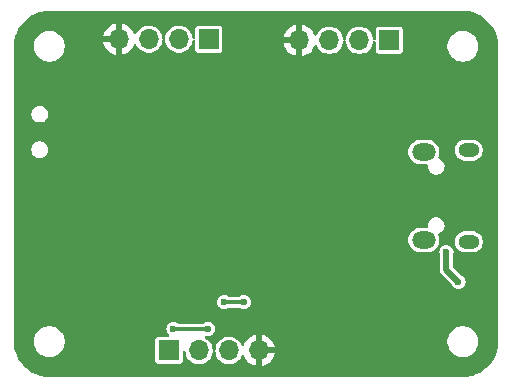
<source format=gbr>
%TF.GenerationSoftware,KiCad,Pcbnew,8.0.0*%
%TF.CreationDate,2024-04-09T16:16:32+09:00*%
%TF.ProjectId,240325_ESP32_d0146,32343033-3235-45f4-9553-5033325f6430,rev?*%
%TF.SameCoordinates,Original*%
%TF.FileFunction,Copper,L2,Bot*%
%TF.FilePolarity,Positive*%
%FSLAX46Y46*%
G04 Gerber Fmt 4.6, Leading zero omitted, Abs format (unit mm)*
G04 Created by KiCad (PCBNEW 8.0.0) date 2024-04-09 16:16:32*
%MOMM*%
%LPD*%
G01*
G04 APERTURE LIST*
%TA.AperFunction,ComponentPad*%
%ADD10R,1.700000X1.700000*%
%TD*%
%TA.AperFunction,ComponentPad*%
%ADD11O,1.700000X1.700000*%
%TD*%
%TA.AperFunction,ComponentPad*%
%ADD12O,1.800000X1.150000*%
%TD*%
%TA.AperFunction,ComponentPad*%
%ADD13O,2.000000X1.450000*%
%TD*%
%TA.AperFunction,ViaPad*%
%ADD14C,0.600000*%
%TD*%
%TA.AperFunction,Conductor*%
%ADD15C,0.500000*%
%TD*%
%TA.AperFunction,Conductor*%
%ADD16C,0.300000*%
%TD*%
G04 APERTURE END LIST*
D10*
%TO.P,J2,1,Pin_1*%
%TO.N,+3.3V*%
X101750000Y-57650000D03*
D11*
%TO.P,J2,2,Pin_2*%
%TO.N,/USART1_TX*%
X99210000Y-57650000D03*
%TO.P,J2,3,Pin_3*%
%TO.N,/USART1_RX*%
X96670000Y-57650000D03*
%TO.P,J2,4,Pin_4*%
%TO.N,GND*%
X94130000Y-57650000D03*
%TD*%
D12*
%TO.P,J1,6,Shield*%
%TO.N,unconnected-(J1-Shield-Pad6)_2*%
X123750000Y-74800000D03*
D13*
%TO.N,unconnected-(J1-Shield-Pad6)*%
X119950000Y-74650000D03*
%TO.N,unconnected-(J1-Shield-Pad6)_1*%
X119950000Y-67200000D03*
D12*
%TO.N,unconnected-(J1-Shield-Pad6)_0*%
X123750000Y-67050000D03*
%TD*%
D10*
%TO.P,J4,1,Pin_1*%
%TO.N,+3.3V*%
X98380000Y-84000000D03*
D11*
%TO.P,J4,2,Pin_2*%
%TO.N,/I2C2_SCL*%
X100920000Y-84000000D03*
%TO.P,J4,3,Pin_3*%
%TO.N,/I2C2_SDA*%
X103460000Y-84000000D03*
%TO.P,J4,4,Pin_4*%
%TO.N,GND*%
X106000000Y-84000000D03*
%TD*%
D10*
%TO.P,J3,1,Pin_1*%
%TO.N,+3.3V*%
X117040000Y-57750000D03*
D11*
%TO.P,J3,2,Pin_2*%
%TO.N,/SWDIO*%
X114500000Y-57750000D03*
%TO.P,J3,3,Pin_3*%
%TO.N,/SWCLK*%
X111960000Y-57750000D03*
%TO.P,J3,4,Pin_4*%
%TO.N,GND*%
X109420000Y-57750000D03*
%TD*%
D14*
%TO.N,GND*%
X118500000Y-69625000D03*
X89850000Y-62225000D03*
X109900000Y-70225000D03*
%TO.N,+3.3V*%
X121865152Y-75680043D03*
X122875000Y-78200000D03*
%TO.N,GND*%
X100500000Y-69700000D03*
X96300000Y-71375000D03*
X95300000Y-68600000D03*
X93675000Y-68150000D03*
X91975000Y-73625000D03*
X95425000Y-75425000D03*
X95425000Y-79500000D03*
%TO.N,+3.3V*%
X98750000Y-82175000D03*
X101675000Y-82175000D03*
X104700000Y-79925000D03*
X103050000Y-79925000D03*
%TO.N,GND*%
X100075000Y-73175000D03*
X115100000Y-74525000D03*
X114600000Y-78425000D03*
X96800000Y-67475000D03*
X115100000Y-73775000D03*
X105000000Y-75050000D03*
X101675000Y-78500000D03*
X115400000Y-78400000D03*
X118925000Y-78150000D03*
X123000000Y-76500000D03*
%TD*%
D15*
%TO.N,+3.3V*%
X122875000Y-78200000D02*
X121865152Y-77190152D01*
X121865152Y-77190152D02*
X121865152Y-75680043D01*
D16*
X101675000Y-82175000D02*
X98750000Y-82175000D01*
X104700000Y-79925000D02*
X103050000Y-79925000D01*
%TD*%
%TA.AperFunction,Conductor*%
%TO.N,GND*%
G36*
X123250855Y-55250011D02*
G01*
X123412269Y-55252274D01*
X123424390Y-55253041D01*
X123728553Y-55287312D01*
X123745992Y-55289277D01*
X123759700Y-55291606D01*
X124074366Y-55363426D01*
X124087725Y-55367273D01*
X124392392Y-55473881D01*
X124405228Y-55479199D01*
X124696025Y-55619239D01*
X124708195Y-55625965D01*
X124981486Y-55797685D01*
X124992827Y-55805732D01*
X125245173Y-56006971D01*
X125255541Y-56016237D01*
X125483762Y-56244458D01*
X125493028Y-56254826D01*
X125694267Y-56507172D01*
X125702314Y-56518513D01*
X125874034Y-56791804D01*
X125880760Y-56803974D01*
X126020798Y-57094766D01*
X126026120Y-57107613D01*
X126132724Y-57412270D01*
X126136573Y-57425633D01*
X126208393Y-57740299D01*
X126210722Y-57754007D01*
X126246957Y-58075597D01*
X126247725Y-58087743D01*
X126249988Y-58249144D01*
X126250000Y-58250882D01*
X126250000Y-83249117D01*
X126249988Y-83250855D01*
X126247725Y-83412256D01*
X126246957Y-83424402D01*
X126210722Y-83745992D01*
X126208393Y-83759700D01*
X126136573Y-84074366D01*
X126132724Y-84087729D01*
X126026120Y-84392386D01*
X126020798Y-84405233D01*
X125880760Y-84696025D01*
X125874034Y-84708195D01*
X125702314Y-84981486D01*
X125694267Y-84992827D01*
X125493028Y-85245173D01*
X125483762Y-85255541D01*
X125255541Y-85483762D01*
X125245173Y-85493028D01*
X124992827Y-85694267D01*
X124981486Y-85702314D01*
X124708195Y-85874034D01*
X124696025Y-85880760D01*
X124405233Y-86020798D01*
X124392386Y-86026120D01*
X124087729Y-86132724D01*
X124074366Y-86136573D01*
X123759700Y-86208393D01*
X123745992Y-86210722D01*
X123424402Y-86246957D01*
X123412256Y-86247725D01*
X123250856Y-86249988D01*
X123249118Y-86250000D01*
X88250882Y-86250000D01*
X88249144Y-86249988D01*
X88087743Y-86247725D01*
X88075597Y-86246957D01*
X87754007Y-86210722D01*
X87740299Y-86208393D01*
X87425633Y-86136573D01*
X87412270Y-86132724D01*
X87107613Y-86026120D01*
X87094766Y-86020798D01*
X86803974Y-85880760D01*
X86791804Y-85874034D01*
X86518513Y-85702314D01*
X86507172Y-85694267D01*
X86254826Y-85493028D01*
X86244458Y-85483762D01*
X86016237Y-85255541D01*
X86006971Y-85245173D01*
X85805730Y-84992824D01*
X85797685Y-84981486D01*
X85759046Y-84919993D01*
X85743251Y-84894856D01*
X97229500Y-84894856D01*
X97229502Y-84894882D01*
X97232413Y-84919987D01*
X97232415Y-84919991D01*
X97277793Y-85022764D01*
X97277794Y-85022765D01*
X97357235Y-85102206D01*
X97460009Y-85147585D01*
X97485135Y-85150500D01*
X99274864Y-85150499D01*
X99274879Y-85150497D01*
X99274882Y-85150497D01*
X99299987Y-85147586D01*
X99299988Y-85147585D01*
X99299991Y-85147585D01*
X99402765Y-85102206D01*
X99482206Y-85022765D01*
X99527585Y-84919991D01*
X99530500Y-84894865D01*
X99530499Y-84156046D01*
X99550183Y-84089009D01*
X99602987Y-84043254D01*
X99672146Y-84033310D01*
X99735702Y-84062335D01*
X99773476Y-84121113D01*
X99777970Y-84144606D01*
X99782454Y-84192993D01*
X99784244Y-84212310D01*
X99837675Y-84400099D01*
X99842596Y-84417392D01*
X99842596Y-84417394D01*
X99937632Y-84608253D01*
X100003915Y-84696025D01*
X100066128Y-84778407D01*
X100223698Y-84922052D01*
X100404981Y-85034298D01*
X100603802Y-85111321D01*
X100813390Y-85150500D01*
X100813392Y-85150500D01*
X101026608Y-85150500D01*
X101026610Y-85150500D01*
X101236198Y-85111321D01*
X101435019Y-85034298D01*
X101616302Y-84922052D01*
X101773872Y-84778407D01*
X101902366Y-84608255D01*
X101956270Y-84500000D01*
X101997403Y-84417394D01*
X101997403Y-84417393D01*
X101997405Y-84417389D01*
X102055756Y-84212310D01*
X102066529Y-84096047D01*
X102092315Y-84031111D01*
X102134622Y-84000804D01*
X102243130Y-84000804D01*
X102279503Y-84021668D01*
X102311693Y-84083681D01*
X102313470Y-84096047D01*
X102324244Y-84212310D01*
X102377675Y-84400099D01*
X102382596Y-84417392D01*
X102382596Y-84417394D01*
X102477632Y-84608253D01*
X102543915Y-84696025D01*
X102606128Y-84778407D01*
X102763698Y-84922052D01*
X102944981Y-85034298D01*
X103143802Y-85111321D01*
X103353390Y-85150500D01*
X103353392Y-85150500D01*
X103566608Y-85150500D01*
X103566610Y-85150500D01*
X103776198Y-85111321D01*
X103975019Y-85034298D01*
X104156302Y-84922052D01*
X104313872Y-84778407D01*
X104442366Y-84608255D01*
X104509325Y-84473781D01*
X104556825Y-84422548D01*
X104624488Y-84405126D01*
X104690828Y-84427051D01*
X104732705Y-84476651D01*
X104826399Y-84677578D01*
X104961894Y-84871082D01*
X105128917Y-85038105D01*
X105322421Y-85173600D01*
X105536507Y-85273429D01*
X105536516Y-85273433D01*
X105750000Y-85330634D01*
X105750000Y-84433012D01*
X105807007Y-84465925D01*
X105934174Y-84500000D01*
X106065826Y-84500000D01*
X106192993Y-84465925D01*
X106250000Y-84433012D01*
X106250000Y-85330633D01*
X106463483Y-85273433D01*
X106463492Y-85273429D01*
X106677578Y-85173600D01*
X106871082Y-85038105D01*
X107038105Y-84871082D01*
X107173600Y-84677578D01*
X107273429Y-84463492D01*
X107273432Y-84463486D01*
X107330636Y-84250000D01*
X106433012Y-84250000D01*
X106465925Y-84192993D01*
X106500000Y-84065826D01*
X106500000Y-83934174D01*
X106465925Y-83807007D01*
X106433012Y-83750000D01*
X107330636Y-83750000D01*
X107330635Y-83749999D01*
X107273432Y-83536513D01*
X107273429Y-83536507D01*
X107187556Y-83352351D01*
X121949500Y-83352351D01*
X121981522Y-83554534D01*
X122044781Y-83749223D01*
X122093049Y-83843952D01*
X122136776Y-83929772D01*
X122137715Y-83931613D01*
X122258028Y-84097213D01*
X122402786Y-84241971D01*
X122557749Y-84354556D01*
X122568390Y-84362287D01*
X122684607Y-84421503D01*
X122750776Y-84455218D01*
X122750778Y-84455218D01*
X122750781Y-84455220D01*
X122816739Y-84476651D01*
X122945465Y-84518477D01*
X123046557Y-84534488D01*
X123147648Y-84550500D01*
X123147649Y-84550500D01*
X123352351Y-84550500D01*
X123352352Y-84550500D01*
X123554534Y-84518477D01*
X123749219Y-84455220D01*
X123931610Y-84362287D01*
X124024590Y-84294732D01*
X124097213Y-84241971D01*
X124097215Y-84241968D01*
X124097219Y-84241966D01*
X124241966Y-84097219D01*
X124241968Y-84097215D01*
X124241971Y-84097213D01*
X124335203Y-83968888D01*
X124362287Y-83931610D01*
X124455220Y-83749219D01*
X124518477Y-83554534D01*
X124550500Y-83352352D01*
X124550500Y-83147648D01*
X124543767Y-83105136D01*
X124518477Y-82945465D01*
X124461610Y-82770447D01*
X124455220Y-82750781D01*
X124455218Y-82750778D01*
X124455218Y-82750776D01*
X124401416Y-82645185D01*
X124362287Y-82568390D01*
X124354556Y-82557749D01*
X124241971Y-82402786D01*
X124097213Y-82258028D01*
X123931613Y-82137715D01*
X123931612Y-82137714D01*
X123931610Y-82137713D01*
X123874653Y-82108691D01*
X123749223Y-82044781D01*
X123554534Y-81981522D01*
X123379995Y-81953878D01*
X123352352Y-81949500D01*
X123147648Y-81949500D01*
X123123329Y-81953351D01*
X122945465Y-81981522D01*
X122750776Y-82044781D01*
X122568386Y-82137715D01*
X122402786Y-82258028D01*
X122258028Y-82402786D01*
X122137715Y-82568386D01*
X122044781Y-82750776D01*
X121981522Y-82945465D01*
X121949500Y-83147648D01*
X121949500Y-83352351D01*
X107187556Y-83352351D01*
X107173600Y-83322422D01*
X107173599Y-83322420D01*
X107038113Y-83128926D01*
X107038108Y-83128920D01*
X106871082Y-82961894D01*
X106677578Y-82826399D01*
X106463492Y-82726570D01*
X106463486Y-82726567D01*
X106250000Y-82669364D01*
X106250000Y-83566988D01*
X106192993Y-83534075D01*
X106065826Y-83500000D01*
X105934174Y-83500000D01*
X105807007Y-83534075D01*
X105750000Y-83566988D01*
X105750000Y-82669364D01*
X105749999Y-82669364D01*
X105536513Y-82726567D01*
X105536507Y-82726570D01*
X105322422Y-82826399D01*
X105322420Y-82826400D01*
X105128926Y-82961886D01*
X105128920Y-82961891D01*
X104961891Y-83128920D01*
X104961886Y-83128926D01*
X104826400Y-83322420D01*
X104826399Y-83322422D01*
X104732705Y-83523348D01*
X104686532Y-83575787D01*
X104619339Y-83594939D01*
X104552457Y-83574723D01*
X104509324Y-83526216D01*
X104442366Y-83391745D01*
X104313872Y-83221593D01*
X104156302Y-83077948D01*
X103975019Y-82965702D01*
X103975017Y-82965701D01*
X103875608Y-82927190D01*
X103776198Y-82888679D01*
X103566610Y-82849500D01*
X103353390Y-82849500D01*
X103143802Y-82888679D01*
X103143799Y-82888679D01*
X103143799Y-82888680D01*
X102944982Y-82965701D01*
X102944980Y-82965702D01*
X102763699Y-83077947D01*
X102606127Y-83221593D01*
X102477632Y-83391746D01*
X102382596Y-83582605D01*
X102382596Y-83582607D01*
X102324244Y-83787689D01*
X102313471Y-83903951D01*
X102287685Y-83968888D01*
X102243130Y-84000804D01*
X102134622Y-84000804D01*
X102136869Y-83999194D01*
X102100497Y-83978331D01*
X102068307Y-83916318D01*
X102066529Y-83903951D01*
X102063175Y-83867759D01*
X102055756Y-83787690D01*
X101997405Y-83582611D01*
X101997403Y-83582606D01*
X101997403Y-83582605D01*
X101902367Y-83391746D01*
X101773872Y-83221593D01*
X101616302Y-83077948D01*
X101481121Y-82994247D01*
X101434487Y-82942220D01*
X101423383Y-82873238D01*
X101451336Y-82809204D01*
X101509472Y-82770447D01*
X101562583Y-82765882D01*
X101675000Y-82780682D01*
X101675001Y-82780682D01*
X101727254Y-82773802D01*
X101831762Y-82760044D01*
X101977841Y-82699536D01*
X102103282Y-82603282D01*
X102199536Y-82477841D01*
X102260044Y-82331762D01*
X102280682Y-82175000D01*
X102275773Y-82137715D01*
X102260044Y-82018239D01*
X102260044Y-82018238D01*
X102199536Y-81872159D01*
X102103282Y-81746718D01*
X101977841Y-81650464D01*
X101831762Y-81589956D01*
X101831760Y-81589955D01*
X101675001Y-81569318D01*
X101674999Y-81569318D01*
X101518239Y-81589955D01*
X101518237Y-81589956D01*
X101372157Y-81650464D01*
X101309067Y-81698876D01*
X101243898Y-81724070D01*
X101233581Y-81724500D01*
X99191419Y-81724500D01*
X99124380Y-81704815D01*
X99115933Y-81698876D01*
X99052842Y-81650464D01*
X98906762Y-81589956D01*
X98906760Y-81589955D01*
X98750001Y-81569318D01*
X98749999Y-81569318D01*
X98593239Y-81589955D01*
X98593237Y-81589956D01*
X98447160Y-81650463D01*
X98321718Y-81746718D01*
X98225463Y-81872160D01*
X98164956Y-82018237D01*
X98164955Y-82018239D01*
X98144318Y-82174998D01*
X98144318Y-82175001D01*
X98164955Y-82331760D01*
X98164956Y-82331762D01*
X98225464Y-82477841D01*
X98321718Y-82603282D01*
X98350673Y-82625500D01*
X98352790Y-82627124D01*
X98393993Y-82683552D01*
X98398148Y-82753298D01*
X98363936Y-82814218D01*
X98302219Y-82846971D01*
X98277304Y-82849500D01*
X97485143Y-82849500D01*
X97485117Y-82849502D01*
X97460012Y-82852413D01*
X97460008Y-82852415D01*
X97357235Y-82897793D01*
X97277794Y-82977234D01*
X97232415Y-83080006D01*
X97232415Y-83080008D01*
X97229500Y-83105131D01*
X97229500Y-84894856D01*
X85743251Y-84894856D01*
X85625964Y-84708193D01*
X85619239Y-84696025D01*
X85479199Y-84405228D01*
X85473879Y-84392386D01*
X85367275Y-84087729D01*
X85363426Y-84074366D01*
X85291606Y-83759700D01*
X85289277Y-83745992D01*
X85270868Y-83582607D01*
X85253041Y-83424390D01*
X85252274Y-83412269D01*
X85251434Y-83352351D01*
X86949500Y-83352351D01*
X86981522Y-83554534D01*
X87044781Y-83749223D01*
X87093049Y-83843952D01*
X87136776Y-83929772D01*
X87137715Y-83931613D01*
X87258028Y-84097213D01*
X87402786Y-84241971D01*
X87557749Y-84354556D01*
X87568390Y-84362287D01*
X87684607Y-84421503D01*
X87750776Y-84455218D01*
X87750778Y-84455218D01*
X87750781Y-84455220D01*
X87816739Y-84476651D01*
X87945465Y-84518477D01*
X88046557Y-84534488D01*
X88147648Y-84550500D01*
X88147649Y-84550500D01*
X88352351Y-84550500D01*
X88352352Y-84550500D01*
X88554534Y-84518477D01*
X88749219Y-84455220D01*
X88931610Y-84362287D01*
X89024590Y-84294732D01*
X89097213Y-84241971D01*
X89097215Y-84241968D01*
X89097219Y-84241966D01*
X89241966Y-84097219D01*
X89241968Y-84097215D01*
X89241971Y-84097213D01*
X89335203Y-83968888D01*
X89362287Y-83931610D01*
X89455220Y-83749219D01*
X89518477Y-83554534D01*
X89550500Y-83352352D01*
X89550500Y-83147648D01*
X89543767Y-83105136D01*
X89518477Y-82945465D01*
X89461610Y-82770447D01*
X89455220Y-82750781D01*
X89455218Y-82750778D01*
X89455218Y-82750776D01*
X89401416Y-82645185D01*
X89362287Y-82568390D01*
X89354556Y-82557749D01*
X89241971Y-82402786D01*
X89097213Y-82258028D01*
X88931613Y-82137715D01*
X88931612Y-82137714D01*
X88931610Y-82137713D01*
X88874653Y-82108691D01*
X88749223Y-82044781D01*
X88554534Y-81981522D01*
X88379995Y-81953878D01*
X88352352Y-81949500D01*
X88147648Y-81949500D01*
X88123329Y-81953351D01*
X87945465Y-81981522D01*
X87750776Y-82044781D01*
X87568386Y-82137715D01*
X87402786Y-82258028D01*
X87258028Y-82402786D01*
X87137715Y-82568386D01*
X87044781Y-82750776D01*
X86981522Y-82945465D01*
X86949500Y-83147648D01*
X86949500Y-83352351D01*
X85251434Y-83352351D01*
X85250012Y-83250855D01*
X85250000Y-83249117D01*
X85250000Y-79925001D01*
X102444318Y-79925001D01*
X102464955Y-80081760D01*
X102464956Y-80081762D01*
X102525464Y-80227841D01*
X102621718Y-80353282D01*
X102747159Y-80449536D01*
X102893238Y-80510044D01*
X102971619Y-80520363D01*
X103049999Y-80530682D01*
X103050000Y-80530682D01*
X103050001Y-80530682D01*
X103102254Y-80523802D01*
X103206762Y-80510044D01*
X103352841Y-80449536D01*
X103415933Y-80401123D01*
X103481102Y-80375930D01*
X103491419Y-80375500D01*
X104258581Y-80375500D01*
X104325620Y-80395185D01*
X104334067Y-80401124D01*
X104397157Y-80449535D01*
X104397158Y-80449535D01*
X104397159Y-80449536D01*
X104543238Y-80510044D01*
X104621619Y-80520363D01*
X104699999Y-80530682D01*
X104700000Y-80530682D01*
X104700001Y-80530682D01*
X104752254Y-80523802D01*
X104856762Y-80510044D01*
X105002841Y-80449536D01*
X105128282Y-80353282D01*
X105224536Y-80227841D01*
X105285044Y-80081762D01*
X105305682Y-79925000D01*
X105285044Y-79768238D01*
X105224536Y-79622159D01*
X105128282Y-79496718D01*
X105002841Y-79400464D01*
X104856762Y-79339956D01*
X104856760Y-79339955D01*
X104700001Y-79319318D01*
X104699999Y-79319318D01*
X104543239Y-79339955D01*
X104543237Y-79339956D01*
X104397157Y-79400464D01*
X104334067Y-79448876D01*
X104268898Y-79474070D01*
X104258581Y-79474500D01*
X103491419Y-79474500D01*
X103424380Y-79454815D01*
X103415933Y-79448876D01*
X103352842Y-79400464D01*
X103206762Y-79339956D01*
X103206760Y-79339955D01*
X103050001Y-79319318D01*
X103049999Y-79319318D01*
X102893239Y-79339955D01*
X102893237Y-79339956D01*
X102747160Y-79400463D01*
X102621718Y-79496718D01*
X102525463Y-79622160D01*
X102464956Y-79768237D01*
X102464955Y-79768239D01*
X102444318Y-79924998D01*
X102444318Y-79925001D01*
X85250000Y-79925001D01*
X85250000Y-75680044D01*
X121259470Y-75680044D01*
X121280107Y-75836803D01*
X121280108Y-75836805D01*
X121305213Y-75897413D01*
X121314652Y-75944866D01*
X121314652Y-77117678D01*
X121314652Y-77262626D01*
X121352168Y-77402637D01*
X121424641Y-77528165D01*
X121424643Y-77528168D01*
X122298478Y-78402003D01*
X122325358Y-78442231D01*
X122350462Y-78502838D01*
X122350463Y-78502839D01*
X122350464Y-78502841D01*
X122446718Y-78628282D01*
X122572159Y-78724536D01*
X122718238Y-78785044D01*
X122796619Y-78795363D01*
X122874999Y-78805682D01*
X122875000Y-78805682D01*
X122875001Y-78805682D01*
X122927254Y-78798802D01*
X123031762Y-78785044D01*
X123177841Y-78724536D01*
X123303282Y-78628282D01*
X123399536Y-78502841D01*
X123460044Y-78356762D01*
X123480682Y-78200000D01*
X123460044Y-78043238D01*
X123399536Y-77897159D01*
X123303282Y-77771718D01*
X123303280Y-77771717D01*
X123303280Y-77771716D01*
X123265242Y-77742529D01*
X123177841Y-77675464D01*
X123177837Y-77675462D01*
X123177838Y-77675462D01*
X123117231Y-77650358D01*
X123077003Y-77623478D01*
X122451971Y-76998446D01*
X122418486Y-76937123D01*
X122415652Y-76910765D01*
X122415652Y-75944866D01*
X122425091Y-75897413D01*
X122450196Y-75836805D01*
X122470834Y-75680043D01*
X122465806Y-75641855D01*
X122450196Y-75523282D01*
X122450196Y-75523281D01*
X122389688Y-75377202D01*
X122293434Y-75251761D01*
X122167993Y-75155507D01*
X122120324Y-75135762D01*
X122021914Y-75094999D01*
X122021912Y-75094998D01*
X121865153Y-75074361D01*
X121865151Y-75074361D01*
X121708391Y-75094998D01*
X121708389Y-75094999D01*
X121562312Y-75155506D01*
X121436870Y-75251761D01*
X121340615Y-75377203D01*
X121280108Y-75523280D01*
X121280107Y-75523282D01*
X121259470Y-75680041D01*
X121259470Y-75680044D01*
X85250000Y-75680044D01*
X85250000Y-74751007D01*
X118649500Y-74751007D01*
X118688907Y-74949119D01*
X118688909Y-74949127D01*
X118766212Y-75135752D01*
X118766217Y-75135762D01*
X118878441Y-75303718D01*
X119021281Y-75446558D01*
X119189237Y-75558782D01*
X119189241Y-75558784D01*
X119189244Y-75558786D01*
X119375873Y-75636091D01*
X119573992Y-75675499D01*
X119573996Y-75675500D01*
X119573997Y-75675500D01*
X120326004Y-75675500D01*
X120326005Y-75675499D01*
X120524127Y-75636091D01*
X120710756Y-75558786D01*
X120878718Y-75446558D01*
X121021558Y-75303718D01*
X121133786Y-75135756D01*
X121211091Y-74949127D01*
X121223601Y-74886233D01*
X122549500Y-74886233D01*
X122583143Y-75055366D01*
X122583146Y-75055378D01*
X122649138Y-75214698D01*
X122649145Y-75214711D01*
X122744954Y-75358098D01*
X122744957Y-75358102D01*
X122866897Y-75480042D01*
X122866901Y-75480045D01*
X123010288Y-75575854D01*
X123010301Y-75575861D01*
X123155708Y-75636090D01*
X123169626Y-75641855D01*
X123338766Y-75675499D01*
X123338769Y-75675500D01*
X123338771Y-75675500D01*
X124161231Y-75675500D01*
X124161232Y-75675499D01*
X124330374Y-75641855D01*
X124489705Y-75575858D01*
X124633099Y-75480045D01*
X124755045Y-75358099D01*
X124850858Y-75214705D01*
X124916855Y-75055374D01*
X124950500Y-74886229D01*
X124950500Y-74713771D01*
X124950500Y-74713768D01*
X124950499Y-74713766D01*
X124916856Y-74544633D01*
X124916855Y-74544626D01*
X124916853Y-74544621D01*
X124850861Y-74385301D01*
X124850854Y-74385288D01*
X124755045Y-74241901D01*
X124755042Y-74241897D01*
X124633102Y-74119957D01*
X124633098Y-74119954D01*
X124489711Y-74024145D01*
X124489698Y-74024138D01*
X124330378Y-73958146D01*
X124330366Y-73958143D01*
X124161232Y-73924500D01*
X124161229Y-73924500D01*
X123338771Y-73924500D01*
X123338768Y-73924500D01*
X123169633Y-73958143D01*
X123169621Y-73958146D01*
X123010301Y-74024138D01*
X123010288Y-74024145D01*
X122866901Y-74119954D01*
X122866897Y-74119957D01*
X122744957Y-74241897D01*
X122744954Y-74241901D01*
X122649145Y-74385288D01*
X122649138Y-74385301D01*
X122583146Y-74544621D01*
X122583143Y-74544633D01*
X122549500Y-74713766D01*
X122549500Y-74886233D01*
X121223601Y-74886233D01*
X121250500Y-74751003D01*
X121250500Y-74548997D01*
X121211091Y-74350873D01*
X121169932Y-74251507D01*
X121162463Y-74182037D01*
X121193738Y-74119558D01*
X121244060Y-74089700D01*
X121243207Y-74087452D01*
X121250222Y-74084790D01*
X121250225Y-74084790D01*
X121400852Y-74005734D01*
X121528183Y-73892929D01*
X121624818Y-73752930D01*
X121685140Y-73593872D01*
X121705645Y-73425000D01*
X121685140Y-73256128D01*
X121624818Y-73097070D01*
X121528183Y-72957071D01*
X121400852Y-72844266D01*
X121400849Y-72844263D01*
X121250226Y-72765210D01*
X121085056Y-72724500D01*
X120914944Y-72724500D01*
X120749773Y-72765210D01*
X120599150Y-72844263D01*
X120471816Y-72957072D01*
X120375182Y-73097068D01*
X120314860Y-73256125D01*
X120314859Y-73256130D01*
X120294355Y-73424999D01*
X120301708Y-73485553D01*
X120290248Y-73554476D01*
X120243344Y-73606263D01*
X120178612Y-73624500D01*
X119573992Y-73624500D01*
X119375880Y-73663907D01*
X119375872Y-73663909D01*
X119189247Y-73741212D01*
X119189237Y-73741217D01*
X119021281Y-73853441D01*
X118878441Y-73996281D01*
X118766217Y-74164237D01*
X118766212Y-74164247D01*
X118688909Y-74350872D01*
X118688907Y-74350880D01*
X118649500Y-74548992D01*
X118649500Y-74751007D01*
X85250000Y-74751007D01*
X85250000Y-67068995D01*
X86719499Y-67068995D01*
X86746418Y-67204322D01*
X86746421Y-67204332D01*
X86799221Y-67331804D01*
X86799228Y-67331817D01*
X86875885Y-67446541D01*
X86875888Y-67446545D01*
X86973454Y-67544111D01*
X86973458Y-67544114D01*
X87088182Y-67620771D01*
X87088195Y-67620778D01*
X87204535Y-67668967D01*
X87215672Y-67673580D01*
X87215676Y-67673580D01*
X87215677Y-67673581D01*
X87351004Y-67700500D01*
X87351007Y-67700500D01*
X87488995Y-67700500D01*
X87580041Y-67682389D01*
X87624328Y-67673580D01*
X87751811Y-67620775D01*
X87866542Y-67544114D01*
X87964114Y-67446542D01*
X88040775Y-67331811D01*
X88053534Y-67301007D01*
X118649500Y-67301007D01*
X118688907Y-67499119D01*
X118688909Y-67499127D01*
X118766212Y-67685752D01*
X118766217Y-67685762D01*
X118878441Y-67853718D01*
X119021281Y-67996558D01*
X119189237Y-68108782D01*
X119189241Y-68108784D01*
X119189244Y-68108786D01*
X119375873Y-68186091D01*
X119573484Y-68225398D01*
X119573992Y-68225499D01*
X119573996Y-68225500D01*
X120178612Y-68225500D01*
X120245651Y-68245185D01*
X120291406Y-68297989D01*
X120301708Y-68364447D01*
X120294355Y-68425000D01*
X120314859Y-68593869D01*
X120314860Y-68593874D01*
X120375182Y-68752931D01*
X120437475Y-68843177D01*
X120471817Y-68892929D01*
X120577505Y-68986560D01*
X120599150Y-69005736D01*
X120749773Y-69084789D01*
X120749775Y-69084790D01*
X120914944Y-69125500D01*
X121085056Y-69125500D01*
X121250225Y-69084790D01*
X121329692Y-69043081D01*
X121400849Y-69005736D01*
X121400850Y-69005734D01*
X121400852Y-69005734D01*
X121528183Y-68892929D01*
X121624818Y-68752930D01*
X121685140Y-68593872D01*
X121705645Y-68425000D01*
X121685140Y-68256128D01*
X121673524Y-68225500D01*
X121658578Y-68186090D01*
X121624818Y-68097070D01*
X121528183Y-67957071D01*
X121400852Y-67844266D01*
X121400849Y-67844263D01*
X121250225Y-67765209D01*
X121243210Y-67762549D01*
X121244131Y-67760119D01*
X121194438Y-67731186D01*
X121162649Y-67668967D01*
X121169544Y-67599439D01*
X121169932Y-67598492D01*
X121211091Y-67499127D01*
X121250500Y-67301003D01*
X121250500Y-67136233D01*
X122549500Y-67136233D01*
X122583143Y-67305366D01*
X122583146Y-67305378D01*
X122649138Y-67464698D01*
X122649145Y-67464711D01*
X122744954Y-67608098D01*
X122744957Y-67608102D01*
X122866897Y-67730042D01*
X122866901Y-67730045D01*
X123010288Y-67825854D01*
X123010301Y-67825861D01*
X123169621Y-67891853D01*
X123169626Y-67891855D01*
X123338766Y-67925499D01*
X123338769Y-67925500D01*
X123338771Y-67925500D01*
X124161231Y-67925500D01*
X124161232Y-67925499D01*
X124330374Y-67891855D01*
X124489705Y-67825858D01*
X124633099Y-67730045D01*
X124755045Y-67608099D01*
X124850858Y-67464705D01*
X124916855Y-67305374D01*
X124950500Y-67136229D01*
X124950500Y-66963771D01*
X124950500Y-66963768D01*
X124950499Y-66963766D01*
X124937989Y-66900873D01*
X124916855Y-66794626D01*
X124864486Y-66668195D01*
X124850861Y-66635301D01*
X124850854Y-66635288D01*
X124755045Y-66491901D01*
X124755042Y-66491897D01*
X124633102Y-66369957D01*
X124633098Y-66369954D01*
X124489711Y-66274145D01*
X124489698Y-66274138D01*
X124330378Y-66208146D01*
X124330366Y-66208143D01*
X124161232Y-66174500D01*
X124161229Y-66174500D01*
X123338771Y-66174500D01*
X123338768Y-66174500D01*
X123169633Y-66208143D01*
X123169621Y-66208146D01*
X123010301Y-66274138D01*
X123010288Y-66274145D01*
X122866901Y-66369954D01*
X122866897Y-66369957D01*
X122744957Y-66491897D01*
X122744954Y-66491901D01*
X122649145Y-66635288D01*
X122649138Y-66635301D01*
X122583146Y-66794621D01*
X122583143Y-66794633D01*
X122549500Y-66963766D01*
X122549500Y-67136233D01*
X121250500Y-67136233D01*
X121250500Y-67098997D01*
X121211091Y-66900873D01*
X121133786Y-66714244D01*
X121133784Y-66714241D01*
X121133782Y-66714237D01*
X121021558Y-66546281D01*
X120878718Y-66403441D01*
X120710762Y-66291217D01*
X120710752Y-66291212D01*
X120524127Y-66213909D01*
X120524119Y-66213907D01*
X120326007Y-66174500D01*
X120326003Y-66174500D01*
X119573997Y-66174500D01*
X119573992Y-66174500D01*
X119375880Y-66213907D01*
X119375872Y-66213909D01*
X119189247Y-66291212D01*
X119189237Y-66291217D01*
X119021281Y-66403441D01*
X118878441Y-66546281D01*
X118766217Y-66714237D01*
X118766212Y-66714247D01*
X118688909Y-66900872D01*
X118688907Y-66900880D01*
X118649500Y-67098992D01*
X118649500Y-67301007D01*
X88053534Y-67301007D01*
X88093580Y-67204328D01*
X88107125Y-67136233D01*
X88120500Y-67068995D01*
X88120500Y-66931004D01*
X88093581Y-66795677D01*
X88093580Y-66795676D01*
X88093580Y-66795672D01*
X88059849Y-66714237D01*
X88040778Y-66668195D01*
X88040771Y-66668182D01*
X87964114Y-66553458D01*
X87964111Y-66553454D01*
X87866545Y-66455888D01*
X87866541Y-66455885D01*
X87751817Y-66379228D01*
X87751804Y-66379221D01*
X87624332Y-66326421D01*
X87624322Y-66326418D01*
X87488995Y-66299500D01*
X87488993Y-66299500D01*
X87351007Y-66299500D01*
X87351005Y-66299500D01*
X87215677Y-66326418D01*
X87215667Y-66326421D01*
X87088195Y-66379221D01*
X87088182Y-66379228D01*
X86973458Y-66455885D01*
X86973454Y-66455888D01*
X86875888Y-66553454D01*
X86875885Y-66553458D01*
X86799228Y-66668182D01*
X86799221Y-66668195D01*
X86746421Y-66795667D01*
X86746418Y-66795677D01*
X86719500Y-66931004D01*
X86719500Y-66931007D01*
X86719500Y-67068993D01*
X86719500Y-67068995D01*
X86719499Y-67068995D01*
X85250000Y-67068995D01*
X85250000Y-64068995D01*
X86719499Y-64068995D01*
X86746418Y-64204322D01*
X86746421Y-64204332D01*
X86799221Y-64331804D01*
X86799228Y-64331817D01*
X86875885Y-64446541D01*
X86875888Y-64446545D01*
X86973454Y-64544111D01*
X86973458Y-64544114D01*
X87088182Y-64620771D01*
X87088195Y-64620778D01*
X87215667Y-64673578D01*
X87215672Y-64673580D01*
X87215676Y-64673580D01*
X87215677Y-64673581D01*
X87351004Y-64700500D01*
X87351007Y-64700500D01*
X87488995Y-64700500D01*
X87580041Y-64682389D01*
X87624328Y-64673580D01*
X87751811Y-64620775D01*
X87866542Y-64544114D01*
X87964114Y-64446542D01*
X88040775Y-64331811D01*
X88093580Y-64204328D01*
X88120500Y-64068993D01*
X88120500Y-63931007D01*
X88120500Y-63931004D01*
X88093581Y-63795677D01*
X88093580Y-63795676D01*
X88093580Y-63795672D01*
X88093578Y-63795667D01*
X88040778Y-63668195D01*
X88040771Y-63668182D01*
X87964114Y-63553458D01*
X87964111Y-63553454D01*
X87866545Y-63455888D01*
X87866541Y-63455885D01*
X87751817Y-63379228D01*
X87751804Y-63379221D01*
X87624332Y-63326421D01*
X87624322Y-63326418D01*
X87488995Y-63299500D01*
X87488993Y-63299500D01*
X87351007Y-63299500D01*
X87351005Y-63299500D01*
X87215677Y-63326418D01*
X87215667Y-63326421D01*
X87088195Y-63379221D01*
X87088182Y-63379228D01*
X86973458Y-63455885D01*
X86973454Y-63455888D01*
X86875888Y-63553454D01*
X86875885Y-63553458D01*
X86799228Y-63668182D01*
X86799221Y-63668195D01*
X86746421Y-63795667D01*
X86746418Y-63795677D01*
X86719500Y-63931004D01*
X86719500Y-63931007D01*
X86719500Y-64068993D01*
X86719500Y-64068995D01*
X86719499Y-64068995D01*
X85250000Y-64068995D01*
X85250000Y-58352351D01*
X86949500Y-58352351D01*
X86981522Y-58554534D01*
X87044781Y-58749223D01*
X87101898Y-58861319D01*
X87120376Y-58897585D01*
X87137715Y-58931613D01*
X87258028Y-59097213D01*
X87402786Y-59241971D01*
X87557749Y-59354556D01*
X87568390Y-59362287D01*
X87684607Y-59421503D01*
X87750776Y-59455218D01*
X87750778Y-59455218D01*
X87750781Y-59455220D01*
X87855137Y-59489127D01*
X87945465Y-59518477D01*
X88046557Y-59534488D01*
X88147648Y-59550500D01*
X88147649Y-59550500D01*
X88352351Y-59550500D01*
X88352352Y-59550500D01*
X88554534Y-59518477D01*
X88749219Y-59455220D01*
X88931610Y-59362287D01*
X89024590Y-59294732D01*
X89097213Y-59241971D01*
X89097215Y-59241968D01*
X89097219Y-59241966D01*
X89241966Y-59097219D01*
X89241968Y-59097215D01*
X89241971Y-59097213D01*
X89326670Y-58980633D01*
X89362287Y-58931610D01*
X89455220Y-58749219D01*
X89518477Y-58554534D01*
X89550500Y-58352352D01*
X89550500Y-58147648D01*
X89546720Y-58123785D01*
X89518477Y-57945465D01*
X89503704Y-57900000D01*
X92799364Y-57900000D01*
X92856567Y-58113486D01*
X92856570Y-58113492D01*
X92956399Y-58327578D01*
X93091894Y-58521082D01*
X93258917Y-58688105D01*
X93452421Y-58823600D01*
X93666507Y-58923429D01*
X93666516Y-58923433D01*
X93880000Y-58980634D01*
X93880000Y-58083012D01*
X93937007Y-58115925D01*
X94064174Y-58150000D01*
X94195826Y-58150000D01*
X94322993Y-58115925D01*
X94380000Y-58083012D01*
X94380000Y-58980633D01*
X94593483Y-58923433D01*
X94593492Y-58923429D01*
X94807578Y-58823600D01*
X95001082Y-58688105D01*
X95168105Y-58521082D01*
X95303600Y-58327578D01*
X95397294Y-58126651D01*
X95443466Y-58074212D01*
X95510660Y-58055060D01*
X95577541Y-58075276D01*
X95620676Y-58123785D01*
X95687632Y-58258253D01*
X95763151Y-58358255D01*
X95816128Y-58428407D01*
X95973698Y-58572052D01*
X96154981Y-58684298D01*
X96353802Y-58761321D01*
X96563390Y-58800500D01*
X96563392Y-58800500D01*
X96776608Y-58800500D01*
X96776610Y-58800500D01*
X96986198Y-58761321D01*
X97185019Y-58684298D01*
X97366302Y-58572052D01*
X97523872Y-58428407D01*
X97652366Y-58258255D01*
X97697610Y-58167392D01*
X97747403Y-58067394D01*
X97747403Y-58067393D01*
X97747405Y-58067389D01*
X97805756Y-57862310D01*
X97816529Y-57746047D01*
X97842315Y-57681111D01*
X97884622Y-57650804D01*
X97993130Y-57650804D01*
X98029503Y-57671668D01*
X98061693Y-57733681D01*
X98063470Y-57746047D01*
X98074244Y-57862310D01*
X98127675Y-58050099D01*
X98132596Y-58067392D01*
X98132596Y-58067394D01*
X98227632Y-58258253D01*
X98303151Y-58358255D01*
X98356128Y-58428407D01*
X98513698Y-58572052D01*
X98694981Y-58684298D01*
X98893802Y-58761321D01*
X99103390Y-58800500D01*
X99103392Y-58800500D01*
X99316608Y-58800500D01*
X99316610Y-58800500D01*
X99526198Y-58761321D01*
X99725019Y-58684298D01*
X99906302Y-58572052D01*
X100063872Y-58428407D01*
X100192366Y-58258255D01*
X100237610Y-58167392D01*
X100287403Y-58067394D01*
X100287403Y-58067393D01*
X100287405Y-58067389D01*
X100345756Y-57862310D01*
X100352029Y-57794605D01*
X100377814Y-57729669D01*
X100434614Y-57688981D01*
X100504395Y-57685461D01*
X100565002Y-57720225D01*
X100597193Y-57782238D01*
X100599500Y-57806047D01*
X100599500Y-58544856D01*
X100599502Y-58544882D01*
X100602413Y-58569987D01*
X100602415Y-58569991D01*
X100647793Y-58672764D01*
X100647794Y-58672765D01*
X100727235Y-58752206D01*
X100830009Y-58797585D01*
X100855135Y-58800500D01*
X102644864Y-58800499D01*
X102644879Y-58800497D01*
X102644882Y-58800497D01*
X102669987Y-58797586D01*
X102669988Y-58797585D01*
X102669991Y-58797585D01*
X102772765Y-58752206D01*
X102852206Y-58672765D01*
X102897585Y-58569991D01*
X102900500Y-58544865D01*
X102900500Y-58000000D01*
X108089364Y-58000000D01*
X108146567Y-58213486D01*
X108146570Y-58213492D01*
X108246399Y-58427578D01*
X108381894Y-58621082D01*
X108548917Y-58788105D01*
X108742421Y-58923600D01*
X108956507Y-59023429D01*
X108956516Y-59023433D01*
X109170000Y-59080634D01*
X109170000Y-58183012D01*
X109227007Y-58215925D01*
X109354174Y-58250000D01*
X109485826Y-58250000D01*
X109612993Y-58215925D01*
X109670000Y-58183012D01*
X109670000Y-59080633D01*
X109883483Y-59023433D01*
X109883492Y-59023429D01*
X110097578Y-58923600D01*
X110291082Y-58788105D01*
X110458105Y-58621082D01*
X110593600Y-58427578D01*
X110687294Y-58226651D01*
X110733466Y-58174212D01*
X110800660Y-58155060D01*
X110867541Y-58175276D01*
X110910676Y-58223785D01*
X110977632Y-58358253D01*
X111100596Y-58521082D01*
X111106128Y-58528407D01*
X111263698Y-58672052D01*
X111444981Y-58784298D01*
X111643802Y-58861321D01*
X111853390Y-58900500D01*
X111853392Y-58900500D01*
X112066608Y-58900500D01*
X112066610Y-58900500D01*
X112276198Y-58861321D01*
X112475019Y-58784298D01*
X112656302Y-58672052D01*
X112813872Y-58528407D01*
X112942366Y-58358255D01*
X112996270Y-58250000D01*
X113037403Y-58167394D01*
X113037403Y-58167393D01*
X113037405Y-58167389D01*
X113095756Y-57962310D01*
X113106529Y-57846047D01*
X113132315Y-57781111D01*
X113174622Y-57750804D01*
X113283130Y-57750804D01*
X113319503Y-57771668D01*
X113351693Y-57833681D01*
X113353470Y-57846047D01*
X113364244Y-57962310D01*
X113417675Y-58150099D01*
X113422596Y-58167392D01*
X113422596Y-58167394D01*
X113517632Y-58358253D01*
X113640596Y-58521082D01*
X113646128Y-58528407D01*
X113803698Y-58672052D01*
X113984981Y-58784298D01*
X114183802Y-58861321D01*
X114393390Y-58900500D01*
X114393392Y-58900500D01*
X114606608Y-58900500D01*
X114606610Y-58900500D01*
X114816198Y-58861321D01*
X115015019Y-58784298D01*
X115196302Y-58672052D01*
X115353872Y-58528407D01*
X115482366Y-58358255D01*
X115536270Y-58250000D01*
X115577403Y-58167394D01*
X115577403Y-58167393D01*
X115577405Y-58167389D01*
X115635756Y-57962310D01*
X115642029Y-57894605D01*
X115667814Y-57829669D01*
X115724614Y-57788981D01*
X115794395Y-57785461D01*
X115855002Y-57820225D01*
X115887193Y-57882238D01*
X115889500Y-57906047D01*
X115889500Y-58644856D01*
X115889502Y-58644882D01*
X115892413Y-58669987D01*
X115892415Y-58669991D01*
X115937793Y-58772764D01*
X115937794Y-58772765D01*
X116017235Y-58852206D01*
X116120009Y-58897585D01*
X116145135Y-58900500D01*
X117934864Y-58900499D01*
X117934879Y-58900497D01*
X117934882Y-58900497D01*
X117959987Y-58897586D01*
X117959988Y-58897585D01*
X117959991Y-58897585D01*
X118062765Y-58852206D01*
X118142206Y-58772765D01*
X118187585Y-58669991D01*
X118190500Y-58644865D01*
X118190500Y-58352351D01*
X121949500Y-58352351D01*
X121981522Y-58554534D01*
X122044781Y-58749223D01*
X122101898Y-58861319D01*
X122120376Y-58897585D01*
X122137715Y-58931613D01*
X122258028Y-59097213D01*
X122402786Y-59241971D01*
X122557749Y-59354556D01*
X122568390Y-59362287D01*
X122684607Y-59421503D01*
X122750776Y-59455218D01*
X122750778Y-59455218D01*
X122750781Y-59455220D01*
X122855137Y-59489127D01*
X122945465Y-59518477D01*
X123046557Y-59534488D01*
X123147648Y-59550500D01*
X123147649Y-59550500D01*
X123352351Y-59550500D01*
X123352352Y-59550500D01*
X123554534Y-59518477D01*
X123749219Y-59455220D01*
X123931610Y-59362287D01*
X124024590Y-59294732D01*
X124097213Y-59241971D01*
X124097215Y-59241968D01*
X124097219Y-59241966D01*
X124241966Y-59097219D01*
X124241968Y-59097215D01*
X124241971Y-59097213D01*
X124326670Y-58980633D01*
X124362287Y-58931610D01*
X124455220Y-58749219D01*
X124518477Y-58554534D01*
X124550500Y-58352352D01*
X124550500Y-58147648D01*
X124546720Y-58123785D01*
X124518477Y-57945465D01*
X124465075Y-57781111D01*
X124455220Y-57750781D01*
X124455218Y-57750778D01*
X124455218Y-57750776D01*
X124409469Y-57660990D01*
X124362287Y-57568390D01*
X124351797Y-57553951D01*
X124241971Y-57402786D01*
X124097213Y-57258028D01*
X123931613Y-57137715D01*
X123931612Y-57137714D01*
X123931610Y-57137713D01*
X123872512Y-57107601D01*
X123749223Y-57044781D01*
X123554534Y-56981522D01*
X123379995Y-56953878D01*
X123352352Y-56949500D01*
X123147648Y-56949500D01*
X123123329Y-56953351D01*
X122945465Y-56981522D01*
X122750776Y-57044781D01*
X122568386Y-57137715D01*
X122402786Y-57258028D01*
X122258028Y-57402786D01*
X122137715Y-57568386D01*
X122044781Y-57750776D01*
X121981522Y-57945465D01*
X121949500Y-58147648D01*
X121949500Y-58352351D01*
X118190500Y-58352351D01*
X118190499Y-56855136D01*
X118190497Y-56855117D01*
X118187586Y-56830012D01*
X118187585Y-56830010D01*
X118187585Y-56830009D01*
X118142206Y-56727235D01*
X118062765Y-56647794D01*
X118042124Y-56638680D01*
X117959992Y-56602415D01*
X117934865Y-56599500D01*
X116145143Y-56599500D01*
X116145117Y-56599502D01*
X116120012Y-56602413D01*
X116120008Y-56602415D01*
X116017235Y-56647793D01*
X115937794Y-56727234D01*
X115892415Y-56830006D01*
X115892415Y-56830008D01*
X115889500Y-56855131D01*
X115889500Y-57593951D01*
X115869815Y-57660990D01*
X115817011Y-57706745D01*
X115747853Y-57716689D01*
X115684297Y-57687664D01*
X115646523Y-57628886D01*
X115642029Y-57605391D01*
X115640386Y-57587664D01*
X115635756Y-57537690D01*
X115577405Y-57332611D01*
X115577403Y-57332606D01*
X115577403Y-57332605D01*
X115482367Y-57141746D01*
X115353872Y-56971593D01*
X115329637Y-56949500D01*
X115196302Y-56827948D01*
X115015019Y-56715702D01*
X115015017Y-56715701D01*
X114915608Y-56677190D01*
X114816198Y-56638679D01*
X114606610Y-56599500D01*
X114393390Y-56599500D01*
X114183802Y-56638679D01*
X114183799Y-56638679D01*
X114183799Y-56638680D01*
X113984982Y-56715701D01*
X113984980Y-56715702D01*
X113803699Y-56827947D01*
X113646127Y-56971593D01*
X113517632Y-57141746D01*
X113422596Y-57332605D01*
X113422596Y-57332607D01*
X113364244Y-57537689D01*
X113353471Y-57653951D01*
X113327685Y-57718888D01*
X113283130Y-57750804D01*
X113174622Y-57750804D01*
X113176869Y-57749194D01*
X113140497Y-57728331D01*
X113108307Y-57666318D01*
X113106529Y-57653951D01*
X113103076Y-57616689D01*
X113095756Y-57537690D01*
X113037405Y-57332611D01*
X113037403Y-57332606D01*
X113037403Y-57332605D01*
X112942367Y-57141746D01*
X112813872Y-56971593D01*
X112789637Y-56949500D01*
X112656302Y-56827948D01*
X112475019Y-56715702D01*
X112475017Y-56715701D01*
X112375608Y-56677190D01*
X112276198Y-56638679D01*
X112066610Y-56599500D01*
X111853390Y-56599500D01*
X111643802Y-56638679D01*
X111643799Y-56638679D01*
X111643799Y-56638680D01*
X111444982Y-56715701D01*
X111444980Y-56715702D01*
X111263699Y-56827947D01*
X111106127Y-56971593D01*
X110977634Y-57141744D01*
X110910676Y-57276215D01*
X110863173Y-57327452D01*
X110795510Y-57344873D01*
X110729170Y-57322947D01*
X110687294Y-57273348D01*
X110593600Y-57072422D01*
X110593599Y-57072420D01*
X110458113Y-56878926D01*
X110458108Y-56878920D01*
X110291082Y-56711894D01*
X110097578Y-56576399D01*
X109883492Y-56476570D01*
X109883486Y-56476567D01*
X109670000Y-56419364D01*
X109670000Y-57316988D01*
X109612993Y-57284075D01*
X109485826Y-57250000D01*
X109354174Y-57250000D01*
X109227007Y-57284075D01*
X109170000Y-57316988D01*
X109170000Y-56419364D01*
X109169999Y-56419364D01*
X108956513Y-56476567D01*
X108956507Y-56476570D01*
X108742422Y-56576399D01*
X108742420Y-56576400D01*
X108548926Y-56711886D01*
X108548920Y-56711891D01*
X108381891Y-56878920D01*
X108381886Y-56878926D01*
X108246400Y-57072420D01*
X108246399Y-57072422D01*
X108146570Y-57286507D01*
X108146567Y-57286513D01*
X108089364Y-57499999D01*
X108089364Y-57500000D01*
X108986988Y-57500000D01*
X108954075Y-57557007D01*
X108920000Y-57684174D01*
X108920000Y-57815826D01*
X108954075Y-57942993D01*
X108986988Y-58000000D01*
X108089364Y-58000000D01*
X102900500Y-58000000D01*
X102900499Y-56755136D01*
X102900497Y-56755117D01*
X102897586Y-56730012D01*
X102897585Y-56730010D01*
X102897585Y-56730009D01*
X102852206Y-56627235D01*
X102772765Y-56547794D01*
X102752124Y-56538680D01*
X102669992Y-56502415D01*
X102644865Y-56499500D01*
X100855143Y-56499500D01*
X100855117Y-56499502D01*
X100830012Y-56502413D01*
X100830008Y-56502415D01*
X100727235Y-56547793D01*
X100647794Y-56627234D01*
X100602415Y-56730006D01*
X100602415Y-56730008D01*
X100599500Y-56755131D01*
X100599500Y-57493951D01*
X100579815Y-57560990D01*
X100527011Y-57606745D01*
X100457853Y-57616689D01*
X100394297Y-57587664D01*
X100356523Y-57528886D01*
X100352029Y-57505391D01*
X100351529Y-57500000D01*
X100345756Y-57437690D01*
X100342325Y-57425633D01*
X100315858Y-57332611D01*
X100287405Y-57232611D01*
X100287403Y-57232606D01*
X100287403Y-57232605D01*
X100192367Y-57041746D01*
X100063872Y-56871593D01*
X100045820Y-56855136D01*
X99906302Y-56727948D01*
X99725019Y-56615702D01*
X99725017Y-56615701D01*
X99623565Y-56576399D01*
X99526198Y-56538679D01*
X99316610Y-56499500D01*
X99103390Y-56499500D01*
X98893802Y-56538679D01*
X98893799Y-56538679D01*
X98893799Y-56538680D01*
X98694982Y-56615701D01*
X98694980Y-56615702D01*
X98513699Y-56727947D01*
X98356127Y-56871593D01*
X98227632Y-57041746D01*
X98132596Y-57232605D01*
X98132596Y-57232607D01*
X98074244Y-57437689D01*
X98063471Y-57553951D01*
X98037685Y-57618888D01*
X97993130Y-57650804D01*
X97884622Y-57650804D01*
X97886869Y-57649194D01*
X97850497Y-57628331D01*
X97818307Y-57566318D01*
X97816529Y-57553951D01*
X97812029Y-57505391D01*
X97805756Y-57437690D01*
X97747405Y-57232611D01*
X97747403Y-57232606D01*
X97747403Y-57232605D01*
X97652367Y-57041746D01*
X97523872Y-56871593D01*
X97505820Y-56855136D01*
X97366302Y-56727948D01*
X97185019Y-56615702D01*
X97185017Y-56615701D01*
X97083565Y-56576399D01*
X96986198Y-56538679D01*
X96776610Y-56499500D01*
X96563390Y-56499500D01*
X96353802Y-56538679D01*
X96353799Y-56538679D01*
X96353799Y-56538680D01*
X96154982Y-56615701D01*
X96154980Y-56615702D01*
X95973699Y-56727947D01*
X95816127Y-56871593D01*
X95687634Y-57041744D01*
X95620676Y-57176215D01*
X95573173Y-57227452D01*
X95505510Y-57244873D01*
X95439170Y-57222947D01*
X95397294Y-57173348D01*
X95303600Y-56972422D01*
X95303599Y-56972420D01*
X95168113Y-56778926D01*
X95168108Y-56778920D01*
X95001082Y-56611894D01*
X94807578Y-56476399D01*
X94593492Y-56376570D01*
X94593486Y-56376567D01*
X94380000Y-56319364D01*
X94380000Y-57216988D01*
X94322993Y-57184075D01*
X94195826Y-57150000D01*
X94064174Y-57150000D01*
X93937007Y-57184075D01*
X93880000Y-57216988D01*
X93880000Y-56319364D01*
X93879999Y-56319364D01*
X93666513Y-56376567D01*
X93666507Y-56376570D01*
X93452422Y-56476399D01*
X93452420Y-56476400D01*
X93258926Y-56611886D01*
X93258920Y-56611891D01*
X93091891Y-56778920D01*
X93091886Y-56778926D01*
X92956400Y-56972420D01*
X92956399Y-56972422D01*
X92856570Y-57186507D01*
X92856567Y-57186513D01*
X92799364Y-57399999D01*
X92799364Y-57400000D01*
X93696988Y-57400000D01*
X93664075Y-57457007D01*
X93630000Y-57584174D01*
X93630000Y-57715826D01*
X93664075Y-57842993D01*
X93696988Y-57900000D01*
X92799364Y-57900000D01*
X89503704Y-57900000D01*
X89465075Y-57781111D01*
X89455220Y-57750781D01*
X89455218Y-57750778D01*
X89455218Y-57750776D01*
X89409469Y-57660990D01*
X89362287Y-57568390D01*
X89351797Y-57553951D01*
X89241971Y-57402786D01*
X89097213Y-57258028D01*
X88931613Y-57137715D01*
X88931612Y-57137714D01*
X88931610Y-57137713D01*
X88872512Y-57107601D01*
X88749223Y-57044781D01*
X88554534Y-56981522D01*
X88379995Y-56953878D01*
X88352352Y-56949500D01*
X88147648Y-56949500D01*
X88123329Y-56953351D01*
X87945465Y-56981522D01*
X87750776Y-57044781D01*
X87568386Y-57137715D01*
X87402786Y-57258028D01*
X87258028Y-57402786D01*
X87137715Y-57568386D01*
X87044781Y-57750776D01*
X86981522Y-57945465D01*
X86949500Y-58147648D01*
X86949500Y-58352351D01*
X85250000Y-58352351D01*
X85250000Y-58250882D01*
X85250012Y-58249144D01*
X85250327Y-58226651D01*
X85252274Y-58087729D01*
X85253041Y-58075610D01*
X85289277Y-57754005D01*
X85291606Y-57740299D01*
X85332532Y-57560990D01*
X85363427Y-57425627D01*
X85367272Y-57412279D01*
X85473883Y-57107601D01*
X85479196Y-57094777D01*
X85619243Y-56803965D01*
X85625959Y-56791813D01*
X85797693Y-56518501D01*
X85805723Y-56507183D01*
X86006979Y-56254816D01*
X86016228Y-56244467D01*
X86244467Y-56016228D01*
X86254816Y-56006979D01*
X86507183Y-55805723D01*
X86518501Y-55797693D01*
X86791813Y-55625959D01*
X86803965Y-55619243D01*
X87094777Y-55479196D01*
X87107601Y-55473883D01*
X87412279Y-55367272D01*
X87425627Y-55363427D01*
X87643293Y-55313746D01*
X87740299Y-55291606D01*
X87754005Y-55289277D01*
X88075610Y-55253041D01*
X88087729Y-55252274D01*
X88249144Y-55250011D01*
X88250882Y-55250000D01*
X123249118Y-55250000D01*
X123250855Y-55250011D01*
G37*
%TD.AperFunction*%
%TD*%
M02*

</source>
